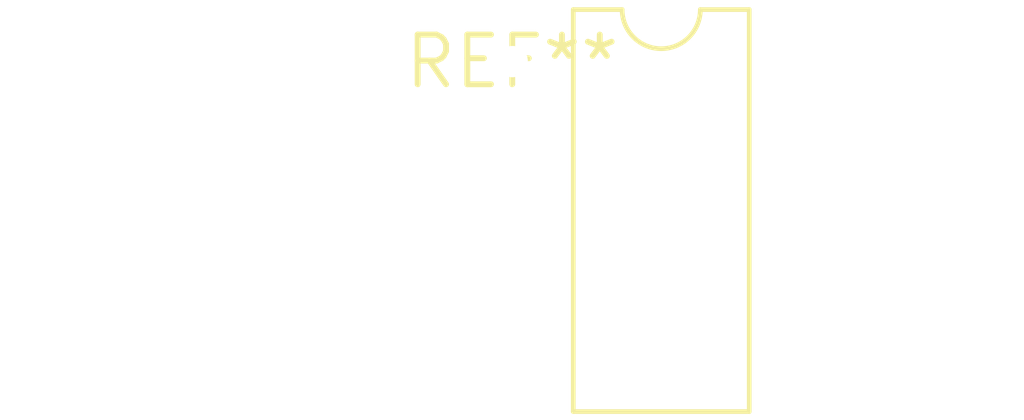
<source format=kicad_pcb>
(kicad_pcb (version 20240108) (generator pcbnew)
  (layers (0 "F.Cu" signal) (31 "B.Cu" signal) (34 "B.Paste" user) (35 "F.Paste" user) (36 "B.SilkS" user "B.Silkscreen") (37 "F.SilkS" user "F.Silkscreen") (38 "B.Mask" user) (39 "F.Mask" user) (44 "Edge.Cuts" user))
  (net 0 "")
  (footprint "DIP-8_W7.62mm_LongPads" (layer "F.Cu") (at 0 0)
    (property "Reference" "REF**")
    (property "Value" "DIP-8_W7.62mm_LongPads")
    (fp_line (start 1.56 -1.33) (end 1.56 8.95) (layer "F.SilkS") (stroke (width 0.12)))
    (fp_line (start 1.56 8.95) (end 6.06 8.95) (layer "F.SilkS") (stroke (width 0.12)))
    (fp_line (start 2.81 -1.33) (end 1.56 -1.33) (layer "F.SilkS") (stroke (width 0.12)))
    (fp_line (start 6.06 -1.33) (end 4.81 -1.33) (layer "F.SilkS") (stroke (width 0.12)))
    (fp_line (start 6.06 8.95) (end 6.06 -1.33) (layer "F.SilkS") (stroke (width 0.12)))
    (fp_arc (start 4.81 -1.33) (mid 3.81 -0.33) (end 2.81 -1.33) (layer "F.SilkS") (stroke (width 0.12)))
    (pad "1" thru_hole rect (at 0 0) (size 2.4 1.6) (drill 0.8) (layers *.Cu *.Mask) (remove_unused_layers))
    (pad "2" thru_hole oval (at 0 2.54) (size 2.4 1.6) (drill 0.8) (layers *.Cu *.Mask) (remove_unused_layers))
    (pad "3" thru_hole oval (at 0 5.08) (size 2.4 1.6) (drill 0.8) (layers *.Cu *.Mask) (remove_unused_layers))
    (pad "4" thru_hole oval (at 0 7.62) (size 2.4 1.6) (drill 0.8) (layers *.Cu *.Mask) (remove_unused_layers))
    (pad "5" thru_hole oval (at 7.62 7.62) (size 2.4 1.6) (drill 0.8) (layers *.Cu *.Mask) (remove_unused_layers))
    (pad "6" thru_hole oval (at 7.62 5.08) (size 2.4 1.6) (drill 0.8) (layers *.Cu *.Mask) (remove_unused_layers))
    (pad "7" thru_hole oval (at 7.62 2.54) (size 2.4 1.6) (drill 0.8) (layers *.Cu *.Mask) (remove_unused_layers))
    (pad "8" thru_hole oval (at 7.62 0) (size 2.4 1.6) (drill 0.8) (layers *.Cu *.Mask) (remove_unused_layers))
  )
)
</source>
